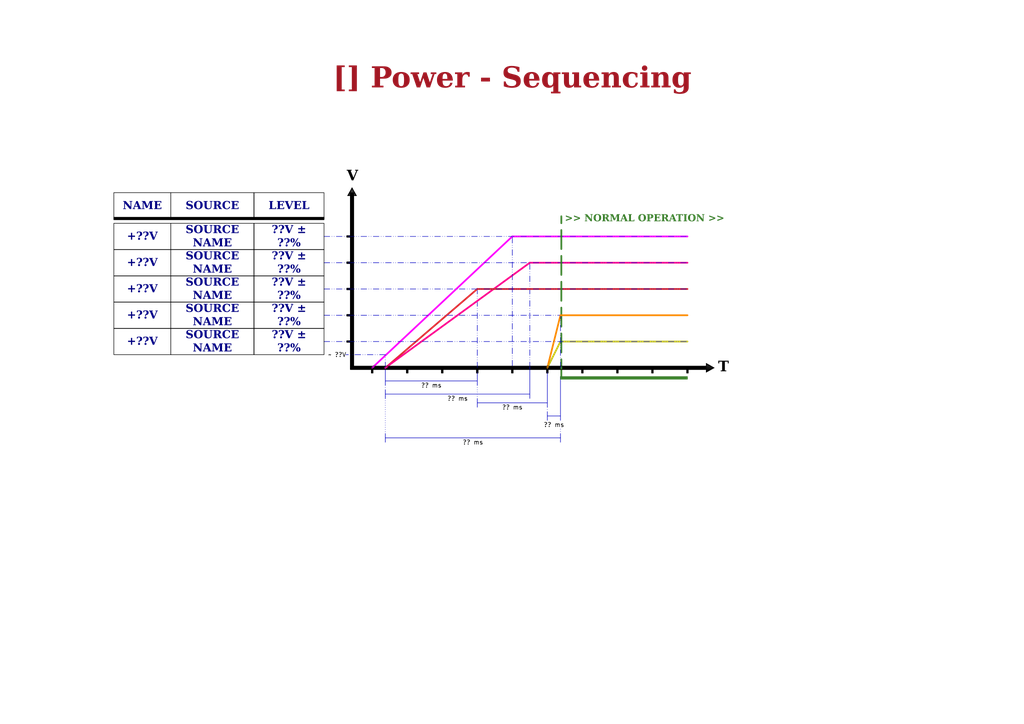
<source format=kicad_sch>
(kicad_sch
	(version 20250114)
	(generator "eeschema")
	(generator_version "9.0")
	(uuid "26e99a33-043b-499d-a26e-816ff79b487a")
	(paper "A4")
	(title_block
		(title "Power - Sequencing")
		(date "2025-02-16")
		(rev "${REVISION}")
		(company "${COMPANY}")
	)
	(lib_symbols)
	(rectangle
		(start 100.584 75.946)
		(end 102.108 76.454)
		(stroke
			(width 0)
			(type default)
			(color 0 0 0 1)
		)
		(fill
			(type color)
			(color 0 0 0 1)
		)
		(uuid 08e6d16e-cddb-4437-8fb0-3f0e7e248b46)
	)
	(rectangle
		(start 33.02 62.992)
		(end 93.98 63.754)
		(stroke
			(width 0)
			(type default)
			(color 0 0 0 1)
		)
		(fill
			(type color)
			(color 0 0 0 1)
		)
		(uuid 0fed1146-388a-45bf-9011-173d26077006)
	)
	(rectangle
		(start 188.976 106.68)
		(end 189.484 108.204)
		(stroke
			(width 0)
			(type default)
			(color 0 0 0 1)
		)
		(fill
			(type color)
			(color 0 0 0 1)
		)
		(uuid 152b764a-92f4-4340-9181-68bda475581a)
	)
	(rectangle
		(start 128.016 106.68)
		(end 128.524 108.204)
		(stroke
			(width 0)
			(type default)
			(color 0 0 0 1)
		)
		(fill
			(type color)
			(color 0 0 0 1)
		)
		(uuid 18a6df7c-e723-4c6d-8a07-61ca52a10575)
	)
	(rectangle
		(start 148.336 106.68)
		(end 148.844 108.204)
		(stroke
			(width 0)
			(type default)
			(color 0 0 0 1)
		)
		(fill
			(type color)
			(color 0 0 0 1)
		)
		(uuid 4f81071d-ad8c-46b3-a505-d54760487657)
	)
	(rectangle
		(start 138.176 106.68)
		(end 138.684 108.204)
		(stroke
			(width 0)
			(type default)
			(color 0 0 0 1)
		)
		(fill
			(type color)
			(color 0 0 0 1)
		)
		(uuid 6ed763f3-a300-46bd-b03f-1ea8b12951bd)
	)
	(rectangle
		(start 178.816 106.68)
		(end 179.324 108.204)
		(stroke
			(width 0)
			(type default)
			(color 0 0 0 1)
		)
		(fill
			(type color)
			(color 0 0 0 1)
		)
		(uuid 72cdb02e-a3e5-4c0d-b269-1dde16488460)
	)
	(rectangle
		(start 100.584 98.806)
		(end 102.108 99.314)
		(stroke
			(width 0)
			(type default)
			(color 0 0 0 1)
		)
		(fill
			(type color)
			(color 0 0 0 1)
		)
		(uuid 7419fd00-7a07-4a3e-8061-e4e7d169b343)
	)
	(rectangle
		(start 158.496 106.68)
		(end 159.004 108.204)
		(stroke
			(width 0)
			(type default)
			(color 0 0 0 1)
		)
		(fill
			(type color)
			(color 0 0 0 1)
		)
		(uuid 79d3025c-d4d3-4906-97b8-bb1715e37b85)
	)
	(rectangle
		(start 100.584 68.326)
		(end 102.108 68.834)
		(stroke
			(width 0)
			(type default)
			(color 0 0 0 1)
		)
		(fill
			(type color)
			(color 0 0 0 1)
		)
		(uuid 8af0ddaf-78b5-473e-b8ac-ad3105c6b3e6)
	)
	(rectangle
		(start 117.856 106.68)
		(end 118.364 108.204)
		(stroke
			(width 0)
			(type default)
			(color 0 0 0 1)
		)
		(fill
			(type color)
			(color 0 0 0 1)
		)
		(uuid 8bb5ca1d-3fc9-4641-955a-0363e8ec7c6a)
	)
	(rectangle
		(start 162.56 109.22)
		(end 199.39 109.982)
		(stroke
			(width 0)
			(type default)
			(color 53 123 38 1)
		)
		(fill
			(type color)
			(color 53 123 38 1)
		)
		(uuid 9921e9ab-2d5b-4319-ab2f-5e2929d86731)
	)
	(rectangle
		(start 199.136 106.68)
		(end 199.644 108.204)
		(stroke
			(width 0)
			(type default)
			(color 0 0 0 1)
		)
		(fill
			(type color)
			(color 0 0 0 1)
		)
		(uuid 9ab10dd2-cea8-419e-9add-dac261974c40)
	)
	(rectangle
		(start 168.656 106.68)
		(end 169.164 108.204)
		(stroke
			(width 0)
			(type default)
			(color 0 0 0 1)
		)
		(fill
			(type color)
			(color 0 0 0 1)
		)
		(uuid a9aee80a-93ab-44df-9dac-424d9651c57b)
	)
	(rectangle
		(start 100.584 83.566)
		(end 102.108 84.074)
		(stroke
			(width 0)
			(type default)
			(color 0 0 0 1)
		)
		(fill
			(type color)
			(color 0 0 0 1)
		)
		(uuid ab5a8de0-1a61-4607-aebd-5015da52dfb6)
	)
	(rectangle
		(start 101.6 55.88)
		(end 102.616 106.934)
		(stroke
			(width 0)
			(type default)
			(color 0 0 0 1)
		)
		(fill
			(type color)
			(color 0 0 0 1)
		)
		(uuid d3a481d1-24fd-449f-b5ae-f40f2b84574f)
	)
	(rectangle
		(start 100.584 91.186)
		(end 102.108 91.694)
		(stroke
			(width 0)
			(type default)
			(color 0 0 0 1)
		)
		(fill
			(type color)
			(color 0 0 0 1)
		)
		(uuid ed22d764-a315-4db6-b4c9-9b161f0a9336)
	)
	(rectangle
		(start 101.6 106.172)
		(end 204.724 107.188)
		(stroke
			(width 0)
			(type default)
			(color 0 0 0 1)
		)
		(fill
			(type color)
			(color 0 0 0 1)
		)
		(uuid f1ee61fe-6c0a-4407-8efc-133e706c3cfb)
	)
	(rectangle
		(start 107.696 106.68)
		(end 108.204 108.204)
		(stroke
			(width 0)
			(type default)
			(color 0 0 0 1)
		)
		(fill
			(type color)
			(color 0 0 0 1)
		)
		(uuid fc7c50e8-f60b-479c-ba49-62729492c222)
	)
	(text "T"
		(exclude_from_sim no)
		(at 208.28 109.22 0)
		(effects
			(font
				(face "Times New Roman")
				(size 3 3)
				(thickness 0.4)
				(bold yes)
				(color 0 0 0 1)
			)
			(justify left bottom)
		)
		(uuid "07ed78e4-598e-4d29-9310-d5f40993a83d")
	)
	(text "V"
		(exclude_from_sim no)
		(at 100.584 53.848 0)
		(effects
			(font
				(face "Times New Roman")
				(size 3 3)
				(thickness 0.4)
				(bold yes)
				(color 0 0 0 1)
			)
			(justify left bottom)
		)
		(uuid "3b126a2c-8a76-4ced-9890-b8e9f91f22ae")
	)
	(text ">> NORMAL OPERATION >>"
		(exclude_from_sim no)
		(at 163.83 65.278 0)
		(effects
			(font
				(face "Times New Roman")
				(size 2 2)
				(thickness 0.4)
				(bold yes)
				(color 53 123 38 1)
			)
			(justify left bottom)
		)
		(uuid "4eba8f2a-f80f-4e4f-9868-b3b682ed40ff")
	)
	(text_box "LEVEL"
		(exclude_from_sim no)
		(at 73.66 55.88 0)
		(size 20.32 7.62)
		(margins 1.7145 1.7145 1.7145 1.7145)
		(stroke
			(width 0)
			(type default)
			(color 0 0 0 1)
		)
		(fill
			(type none)
		)
		(effects
			(font
				(face "Times New Roman")
				(size 2.286 2.286)
				(bold yes)
				(color 0 0 127 1)
			)
		)
		(uuid "04c11455-779b-4327-8983-5cd82a1a5e29")
	)
	(text_box "+??V"
		(exclude_from_sim no)
		(at 33.02 64.77 0)
		(size 16.51 7.62)
		(margins 1.7145 1.7145 1.7145 1.7145)
		(stroke
			(width 0)
			(type default)
			(color 0 0 0 1)
		)
		(fill
			(type none)
		)
		(effects
			(font
				(face "Times New Roman")
				(size 2.286 2.286)
				(bold yes)
				(color 0 0 127 1)
			)
		)
		(uuid "0c001783-17b7-4f89-94f2-276e82ef94e9")
	)
	(text_box "SOURCE NAME"
		(exclude_from_sim no)
		(at 49.53 87.63 0)
		(size 24.13 7.62)
		(margins 1.7145 1.7145 1.7145 1.7145)
		(stroke
			(width 0)
			(type default)
			(color 0 0 0 1)
		)
		(fill
			(type none)
		)
		(effects
			(font
				(face "Times New Roman")
				(size 2.286 2.286)
				(bold yes)
				(color 0 0 127 1)
			)
		)
		(uuid "28b777f0-29ba-4418-9b37-98a7ab37b6eb")
	)
	(text_box "?? ms"
		(exclude_from_sim no)
		(at 156.21 121.92 0)
		(size 8.89 2.54)
		(margins 0.9524 0.9524 0.9524 0.9524)
		(stroke
			(width -0.0001)
			(type default)
		)
		(fill
			(type none)
		)
		(effects
			(font
				(size 1.27 1.27)
				(color 0 0 0 1)
			)
		)
		(uuid "2f47554e-53f1-4363-8ae0-62ecbf6e9b7f")
	)
	(text_box "?? ms"
		(exclude_from_sim no)
		(at 111.76 114.3 0)
		(size 41.91 2.54)
		(margins 0.9524 0.9524 0.9524 0.9524)
		(stroke
			(width -0.0001)
			(type default)
		)
		(fill
			(type none)
		)
		(effects
			(font
				(size 1.27 1.27)
				(color 0 0 0 1)
			)
		)
		(uuid "355b7b59-9272-441d-b4d0-2707ac545c22")
	)
	(text_box "??V ± ??%"
		(exclude_from_sim no)
		(at 73.66 64.77 0)
		(size 20.32 7.62)
		(margins 1.7145 1.7145 1.7145 1.7145)
		(stroke
			(width 0)
			(type default)
			(color 0 0 0 1)
		)
		(fill
			(type none)
		)
		(effects
			(font
				(face "Times New Roman")
				(size 2.286 2.286)
				(bold yes)
				(color 0 0 127 1)
			)
		)
		(uuid "3a364f6d-f9c0-44a8-b403-1e507263de2b")
	)
	(text_box "SOURCE NAME"
		(exclude_from_sim no)
		(at 49.53 80.01 0)
		(size 24.13 7.62)
		(margins 1.7145 1.7145 1.7145 1.7145)
		(stroke
			(width 0)
			(type default)
			(color 0 0 0 1)
		)
		(fill
			(type none)
		)
		(effects
			(font
				(face "Times New Roman")
				(size 2.286 2.286)
				(bold yes)
				(color 0 0 127 1)
			)
		)
		(uuid "41f8fb28-2595-4968-b5ab-f9a83f7eb8b4")
	)
	(text_box "+??V"
		(exclude_from_sim no)
		(at 33.02 87.63 0)
		(size 16.51 7.62)
		(margins 1.7145 1.7145 1.7145 1.7145)
		(stroke
			(width 0)
			(type default)
			(color 0 0 0 1)
		)
		(fill
			(type none)
		)
		(effects
			(font
				(face "Times New Roman")
				(size 2.286 2.286)
				(bold yes)
				(color 0 0 127 1)
			)
		)
		(uuid "4c497bcc-d023-43d6-9a3c-f742109831d3")
	)
	(text_box "+??V"
		(exclude_from_sim no)
		(at 33.02 95.25 0)
		(size 16.51 7.62)
		(margins 1.7145 1.7145 1.7145 1.7145)
		(stroke
			(width 0)
			(type default)
			(color 0 0 0 1)
		)
		(fill
			(type none)
		)
		(effects
			(font
				(face "Times New Roman")
				(size 2.286 2.286)
				(bold yes)
				(color 0 0 127 1)
			)
		)
		(uuid "4d6b12e0-f0d2-4ebf-8c83-afb612a210b2")
	)
	(text_box "??V ± ??%"
		(exclude_from_sim no)
		(at 73.66 87.63 0)
		(size 20.32 7.62)
		(margins 1.7145 1.7145 1.7145 1.7145)
		(stroke
			(width 0)
			(type default)
			(color 0 0 0 1)
		)
		(fill
			(type none)
		)
		(effects
			(font
				(face "Times New Roman")
				(size 2.286 2.286)
				(bold yes)
				(color 0 0 127 1)
			)
		)
		(uuid "54d038a6-0eb6-463c-bc22-2c25e3cef5f4")
	)
	(text_box "?? ms"
		(exclude_from_sim no)
		(at 138.43 116.84 0)
		(size 20.32 2.54)
		(margins 0.9524 0.9524 0.9524 0.9524)
		(stroke
			(width -0.0001)
			(type default)
		)
		(fill
			(type none)
		)
		(effects
			(font
				(size 1.27 1.27)
				(color 0 0 0 1)
			)
		)
		(uuid "643d381f-b881-4bfb-8e44-8914716b032e")
	)
	(text_box "?? ms"
		(exclude_from_sim no)
		(at 111.76 110.49 0)
		(size 26.67 2.54)
		(margins 0.9524 0.9524 0.9524 0.9524)
		(stroke
			(width -0.0001)
			(type default)
		)
		(fill
			(type none)
		)
		(effects
			(font
				(size 1.27 1.27)
				(color 0 0 0 1)
			)
		)
		(uuid "76a5680d-cb47-4c17-afe1-8a01a0364ff0")
	)
	(text_box "+??V"
		(exclude_from_sim no)
		(at 33.02 72.39 0)
		(size 16.51 7.62)
		(margins 1.7145 1.7145 1.7145 1.7145)
		(stroke
			(width 0)
			(type default)
			(color 0 0 0 1)
		)
		(fill
			(type none)
		)
		(effects
			(font
				(face "Times New Roman")
				(size 2.286 2.286)
				(bold yes)
				(color 0 0 127 1)
			)
		)
		(uuid "7a9925bb-0a82-44e9-b50e-7432195edc6d")
	)
	(text_box "??V ± ??%"
		(exclude_from_sim no)
		(at 73.66 80.01 0)
		(size 20.32 7.62)
		(margins 1.7145 1.7145 1.7145 1.7145)
		(stroke
			(width 0)
			(type default)
			(color 0 0 0 1)
		)
		(fill
			(type none)
		)
		(effects
			(font
				(face "Times New Roman")
				(size 2.286 2.286)
				(bold yes)
				(color 0 0 127 1)
			)
		)
		(uuid "7e9b3897-acb5-40f5-99fa-000f1452ef2d")
	)
	(text_box "▼"
		(exclude_from_sim no)
		(at 204.47 105.41 90)
		(size 2.54 2.54)
		(margins 2.2499 2.2499 2.2499 2.2499)
		(stroke
			(width -0.0001)
			(type default)
		)
		(fill
			(type none)
		)
		(effects
			(font
				(size 3 3)
				(color 0 0 0 1)
			)
		)
		(uuid "80ee4b67-f4fe-4c67-906e-99632b3db8ee")
	)
	(text_box "[${#}] ${TITLE}"
		(exclude_from_sim no)
		(at 80.01 16.51 0)
		(size 137.16 12.7)
		(margins 4.4999 4.4999 4.4999 4.4999)
		(stroke
			(width -0.0001)
			(type default)
		)
		(fill
			(type none)
		)
		(effects
			(font
				(face "Times New Roman")
				(size 6 6)
				(thickness 1.2)
				(bold yes)
				(color 162 22 34 1)
			)
		)
		(uuid "80f76b8d-52cb-49fe-9647-9cd8137cf5f3")
	)
	(text_box "~ ??V"
		(exclude_from_sim no)
		(at 93.98 101.6 0)
		(size 7.62 2.54)
		(margins 0.9524 0.9524 0.9524 0.9524)
		(stroke
			(width -0.0001)
			(type default)
		)
		(fill
			(type none)
		)
		(effects
			(font
				(size 1.27 1.27)
				(color 0 0 0 1)
			)
		)
		(uuid "9c6940c5-6364-4d33-abb8-9f48dde225b4")
	)
	(text_box "NAME"
		(exclude_from_sim no)
		(at 33.02 55.88 0)
		(size 16.51 7.62)
		(margins 1.7145 1.7145 1.7145 1.7145)
		(stroke
			(width 0)
			(type default)
			(color 0 0 0 1)
		)
		(fill
			(type none)
		)
		(effects
			(font
				(face "Times New Roman")
				(size 2.286 2.286)
				(bold yes)
				(color 0 0 127 1)
			)
		)
		(uuid "9dbd7012-aca2-4151-b01b-61672211c6fa")
	)
	(text_box "▲"
		(exclude_from_sim no)
		(at 100.838 54.102 0)
		(size 2.54 2.54)
		(margins 2.2499 2.2499 2.2499 2.2499)
		(stroke
			(width -0.0001)
			(type default)
		)
		(fill
			(type none)
		)
		(effects
			(font
				(size 3 3)
				(color 0 0 0 1)
			)
		)
		(uuid "a799f66a-cda3-47f5-a796-a363847c1e31")
	)
	(text_box "SOURCE NAME"
		(exclude_from_sim no)
		(at 49.53 95.25 0)
		(size 24.13 7.62)
		(margins 1.7145 1.7145 1.7145 1.7145)
		(stroke
			(width 0)
			(type default)
			(color 0 0 0 1)
		)
		(fill
			(type none)
		)
		(effects
			(font
				(face "Times New Roman")
				(size 2.286 2.286)
				(bold yes)
				(color 0 0 127 1)
			)
		)
		(uuid "a9378b0b-bd73-4087-b978-3d0288061c57")
	)
	(text_box "SOURCE"
		(exclude_from_sim no)
		(at 49.53 55.88 0)
		(size 24.13 7.62)
		(margins 1.7145 1.7145 1.7145 1.7145)
		(stroke
			(width 0)
			(type default)
			(color 0 0 0 1)
		)
		(fill
			(type none)
		)
		(effects
			(font
				(face "Times New Roman")
				(size 2.286 2.286)
				(bold yes)
				(color 0 0 127 1)
			)
		)
		(uuid "ae0da5ec-3dd1-4b36-9cbb-5309b79b18ec")
	)
	(text_box "+??V"
		(exclude_from_sim no)
		(at 33.02 80.01 0)
		(size 16.51 7.62)
		(margins 1.7145 1.7145 1.7145 1.7145)
		(stroke
			(width 0)
			(type default)
			(color 0 0 0 1)
		)
		(fill
			(type none)
		)
		(effects
			(font
				(face "Times New Roman")
				(size 2.286 2.286)
				(bold yes)
				(color 0 0 127 1)
			)
		)
		(uuid "baa53509-f70a-488f-a91f-d90b0a44c3ee")
	)
	(text_box "??V ± ??%"
		(exclude_from_sim no)
		(at 73.66 95.25 0)
		(size 20.32 7.62)
		(margins 1.7145 1.7145 1.7145 1.7145)
		(stroke
			(width 0)
			(type default)
			(color 0 0 0 1)
		)
		(fill
			(type none)
		)
		(effects
			(font
				(face "Times New Roman")
				(size 2.286 2.286)
				(bold yes)
				(color 0 0 127 1)
			)
		)
		(uuid "cfed6416-9676-4913-93f8-be33cec7ee15")
	)
	(text_box "SOURCE NAME"
		(exclude_from_sim no)
		(at 49.53 72.39 0)
		(size 24.13 7.62)
		(margins 1.7145 1.7145 1.7145 1.7145)
		(stroke
			(width 0)
			(type default)
			(color 0 0 0 1)
		)
		(fill
			(type none)
		)
		(effects
			(font
				(face "Times New Roman")
				(size 2.286 2.286)
				(bold yes)
				(color 0 0 127 1)
			)
		)
		(uuid "d4825f07-a07c-43f0-9267-51fb0c8beb92")
	)
	(text_box "??V ± ??%"
		(exclude_from_sim no)
		(at 73.66 72.39 0)
		(size 20.32 7.62)
		(margins 1.7145 1.7145 1.7145 1.7145)
		(stroke
			(width 0)
			(type default)
			(color 0 0 0 1)
		)
		(fill
			(type none)
		)
		(effects
			(font
				(face "Times New Roman")
				(size 2.286 2.286)
				(bold yes)
				(color 0 0 127 1)
			)
		)
		(uuid "dd951238-83be-49f1-b5d4-dd307bef2421")
	)
	(text_box "?? ms"
		(exclude_from_sim no)
		(at 111.76 127 0)
		(size 50.8 2.54)
		(margins 0.9524 0.9524 0.9524 0.9524)
		(stroke
			(width -0.0001)
			(type default)
		)
		(fill
			(type none)
		)
		(effects
			(font
				(size 1.27 1.27)
				(color 0 0 0 1)
			)
		)
		(uuid "ec41c4d8-d7f7-4738-8da7-ebebc512795e")
	)
	(text_box "SOURCE NAME"
		(exclude_from_sim no)
		(at 49.53 64.77 0)
		(size 24.13 7.62)
		(margins 1.7145 1.7145 1.7145 1.7145)
		(stroke
			(width 0)
			(type default)
			(color 0 0 0 1)
		)
		(fill
			(type none)
		)
		(effects
			(font
				(face "Times New Roman")
				(size 2.286 2.286)
				(bold yes)
				(color 0 0 127 1)
			)
		)
		(uuid "f44a25dd-4d06-4743-b63e-2b77b9291c46")
	)
	(text_box "Tip: you can set NetClass Colors for different voltage rails in File → Schematic Setup → Project → Net Classes"
		(exclude_from_sim no)
		(at 11.43 212.09 0)
		(size 173.99 6.35)
		(margins 1.9049 1.9049 1.9049 1.9049)
		(stroke
			(width -0.0001)
			(type default)
		)
		(fill
			(type none)
		)
		(effects
			(font
				(size 2.54 2.54)
				(thickness 0.381)
				(bold yes)
				(color 0 0 0 1)
			)
			(justify right top)
		)
		(uuid "f9272ea8-e49b-4c44-9339-e900b43cc231")
	)
	(polyline
		(pts
			(xy 111.76 106.68) (xy 153.67 76.2)
		)
		(stroke
			(width 0.5)
			(type solid)
			(color 255 0 133 1)
		)
		(uuid "14cc31f5-5b1d-4b99-9a30-1de7f84e106d")
	)
	(polyline
		(pts
			(xy 111.76 102.87) (xy 100.33 102.87)
		)
		(stroke
			(width 0)
			(type dash_dot_dot)
		)
		(uuid "176eb350-134d-4c1a-a967-a05b371b9b92")
	)
	(polyline
		(pts
			(xy 162.56 125.73) (xy 162.56 128.27)
		)
		(stroke
			(width 0)
			(type default)
		)
		(uuid "265a5d50-44ba-48ae-a091-bd8b2830d82a")
	)
	(polyline
		(pts
			(xy 158.75 120.65) (xy 162.56 120.65)
		)
		(stroke
			(width 0)
			(type default)
		)
		(uuid "2aff2b87-d6f1-4cc0-8284-8b904b49ef36")
	)
	(polyline
		(pts
			(xy 148.59 106.172) (xy 148.59 68.58)
		)
		(stroke
			(width 0)
			(type dash_dot_dot)
		)
		(uuid "2c89142b-99fb-43b5-b9d3-03f021389fdb")
	)
	(polyline
		(pts
			(xy 93.98 99.06) (xy 199.39 99.06)
		)
		(stroke
			(width 0)
			(type dash_dot_dot)
		)
		(uuid "3c31ec5e-b221-4aec-84a3-080393b50b04")
	)
	(polyline
		(pts
			(xy 111.76 111.76) (xy 111.76 113.03)
		)
		(stroke
			(width 0)
			(type dot)
		)
		(uuid "3d394317-cd67-4649-8df5-ebc365ddbfdf")
	)
	(polyline
		(pts
			(xy 158.75 119.38) (xy 158.75 121.92)
		)
		(stroke
			(width 0)
			(type default)
		)
		(uuid "3e2e08fe-6523-4396-b274-cda6d56778e0")
	)
	(polyline
		(pts
			(xy 162.56 91.44) (xy 199.39 91.44)
		)
		(stroke
			(width 0.5)
			(type default)
			(color 252 134 0 1)
		)
		(uuid "42c654f5-ac46-4448-ba19-6c5d32d22917")
	)
	(polyline
		(pts
			(xy 93.98 68.58) (xy 199.39 68.58)
		)
		(stroke
			(width 0)
			(type dash_dot_dot)
		)
		(uuid "4388944b-41bf-4dc2-b0dd-f03016b61251")
	)
	(polyline
		(pts
			(xy 138.43 111.76) (xy 138.43 115.57)
		)
		(stroke
			(width 0)
			(type dot)
		)
		(uuid "47a9c20d-5952-4ec8-bb7e-594d55c7461b")
	)
	(polyline
		(pts
			(xy 162.56 99.06) (xy 199.39 99.06)
		)
		(stroke
			(width 0.5)
			(type default)
			(color 197 195 20 1)
		)
		(uuid "49c66179-9940-468d-b223-88985cd9871b")
	)
	(polyline
		(pts
			(xy 111.76 114.3) (xy 153.67 114.3)
		)
		(stroke
			(width 0)
			(type default)
		)
		(uuid "49e75bcf-0616-4923-874b-4bd06ede6c5d")
	)
	(polyline
		(pts
			(xy 138.43 116.84) (xy 158.75 116.84)
		)
		(stroke
			(width 0)
			(type default)
		)
		(uuid "52b595f5-a4c4-4069-bfb0-f9071850e175")
	)
	(polyline
		(pts
			(xy 93.98 83.82) (xy 199.39 83.82)
		)
		(stroke
			(width 0)
			(type dash_dot_dot)
		)
		(uuid "5421d69e-5d49-4096-96c0-82f91adfb960")
	)
	(polyline
		(pts
			(xy 162.814 109.728) (xy 162.814 62.738)
		)
		(stroke
			(width 0.5)
			(type dash)
			(color 53 123 38 1)
		)
		(uuid "571b7b03-ab02-42e5-814b-af8217374239")
	)
	(polyline
		(pts
			(xy 138.43 83.82) (xy 199.39 83.82)
		)
		(stroke
			(width 0.5)
			(type default)
			(color 218 36 44 1)
		)
		(uuid "5d0e334d-67d8-48da-b576-32c4ae5dc53d")
	)
	(polyline
		(pts
			(xy 162.56 109.22) (xy 162.56 121.92)
		)
		(stroke
			(width 0)
			(type default)
		)
		(uuid "5fce4afd-58b2-496a-8ec6-376b126b7aa5")
	)
	(polyline
		(pts
			(xy 93.98 76.2) (xy 199.39 76.2)
		)
		(stroke
			(width 0)
			(type dash_dot_dot)
		)
		(uuid "6a20c2f3-4100-47ca-84db-e03414a75c97")
	)
	(polyline
		(pts
			(xy 153.67 76.2) (xy 199.39 76.2)
		)
		(stroke
			(width 0.5)
			(type solid)
			(color 255 0 133 1)
		)
		(uuid "6f97e3ca-cb2e-48ba-b000-4d63a9fe6edc")
	)
	(polyline
		(pts
			(xy 148.59 68.58) (xy 199.39 68.58)
		)
		(stroke
			(width 0.5)
			(type default)
			(color 255 0 255 1)
		)
		(uuid "77ddfb81-3eaa-462e-a520-91e0ed6ffb6f")
	)
	(polyline
		(pts
			(xy 138.43 115.57) (xy 138.43 118.11)
		)
		(stroke
			(width 0)
			(type default)
		)
		(uuid "78700d2c-d43e-4df1-ae7e-aad5fe6eddcf")
	)
	(polyline
		(pts
			(xy 153.67 106.68) (xy 153.67 115.57)
		)
		(stroke
			(width 0)
			(type default)
		)
		(uuid "7ac002d5-aae0-4230-953a-285d2af5cafc")
	)
	(polyline
		(pts
			(xy 111.76 127) (xy 162.56 127)
		)
		(stroke
			(width 0)
			(type default)
		)
		(uuid "7dba0084-5937-47c9-8663-44e93a9bf03f")
	)
	(polyline
		(pts
			(xy 93.98 91.44) (xy 199.39 91.44)
		)
		(stroke
			(width 0)
			(type dash_dot_dot)
		)
		(uuid "91a91d82-c27c-4a2d-b046-94fb5c0f1f7a")
	)
	(polyline
		(pts
			(xy 111.76 113.03) (xy 111.76 125.73)
		)
		(stroke
			(width 0)
			(type dot)
		)
		(uuid "936cce09-ddca-49b3-9254-0455e21801ca")
	)
	(polyline
		(pts
			(xy 111.76 106.68) (xy 138.43 83.82)
		)
		(stroke
			(width 0.5)
			(type default)
			(color 218 36 44 1)
		)
		(uuid "936e4695-90d1-473f-b2e9-3925dbcc41a5")
	)
	(polyline
		(pts
			(xy 111.76 125.73) (xy 111.76 128.27)
		)
		(stroke
			(width 0)
			(type default)
		)
		(uuid "9ad0a032-a5f5-4da8-986a-f5f07d651180")
	)
	(polyline
		(pts
			(xy 162.56 106.68) (xy 162.56 91.44)
		)
		(stroke
			(width 0)
			(type dash_dot_dot)
		)
		(uuid "9bacc9d8-82df-4198-a3ae-25132c3a38e4")
	)
	(polyline
		(pts
			(xy 138.43 107.95) (xy 138.43 111.76)
		)
		(stroke
			(width 0)
			(type default)
		)
		(uuid "9c33435c-a2b5-49b2-a841-eb211fbdc289")
	)
	(polyline
		(pts
			(xy 111.76 106.68) (xy 111.76 111.76)
		)
		(stroke
			(width 0)
			(type default)
		)
		(uuid "aa007ab0-f32f-4517-85ca-adce19623b6c")
	)
	(polyline
		(pts
			(xy 162.56 124.46) (xy 162.56 125.73)
		)
		(stroke
			(width 0)
			(type dot)
		)
		(uuid "ab47f80f-2219-40dc-8971-d659594e47c6")
	)
	(polyline
		(pts
			(xy 138.43 106.68) (xy 138.43 83.82)
		)
		(stroke
			(width 0)
			(type dash_dot_dot)
		)
		(uuid "b2256ad8-52e1-467a-97eb-791649f1c7eb")
	)
	(polyline
		(pts
			(xy 107.95 106.68) (xy 148.59 68.58)
		)
		(stroke
			(width 0.5)
			(type default)
			(color 255 0 255 1)
		)
		(uuid "bb11bb7b-66c0-432b-8711-470a4ce95921")
	)
	(polyline
		(pts
			(xy 153.67 106.68) (xy 153.67 76.2)
		)
		(stroke
			(width 0)
			(type dash_dot_dot)
		)
		(uuid "ccd26a26-5b18-4319-ac93-d9d60e06ef1a")
	)
	(polyline
		(pts
			(xy 158.75 118.11) (xy 158.75 119.38)
		)
		(stroke
			(width 0)
			(type dot)
		)
		(uuid "cd587bfb-80d0-4c74-af9e-3f5fb7118487")
	)
	(polyline
		(pts
			(xy 111.76 110.49) (xy 138.43 110.49)
		)
		(stroke
			(width 0)
			(type default)
		)
		(uuid "d56fcce8-bec3-4013-997f-52db8c3ef91e")
	)
	(polyline
		(pts
			(xy 111.76 113.03) (xy 111.76 115.57)
		)
		(stroke
			(width 0)
			(type default)
		)
		(uuid "e1d95917-4ce4-46f6-a72b-b2d08b7453f7")
	)
	(polyline
		(pts
			(xy 158.75 107.95) (xy 158.75 118.11)
		)
		(stroke
			(width 0)
			(type default)
		)
		(uuid "eb35ffa1-7ea0-4f7c-b58a-cf2ad49d1835")
	)
	(polyline
		(pts
			(xy 158.75 106.68) (xy 162.56 91.44)
		)
		(stroke
			(width 0.5)
			(type default)
			(color 252 134 0 1)
		)
		(uuid "ebc6628c-4f6b-481d-8074-2818b0d5a070")
	)
	(polyline
		(pts
			(xy 158.75 106.68) (xy 162.56 99.06)
		)
		(stroke
			(width 0.5)
			(type default)
			(color 197 195 20 1)
		)
		(uuid "f456ed01-83a1-4d6b-9599-582a9c86c8ae")
	)
	(polyline
		(pts
			(xy 111.76 106.68) (xy 111.76 102.87)
		)
		(stroke
			(width 0)
			(type dash_dot_dot)
		)
		(uuid "f927dc60-c8d8-4c88-bd0c-f4986498a3fd")
	)
)

</source>
